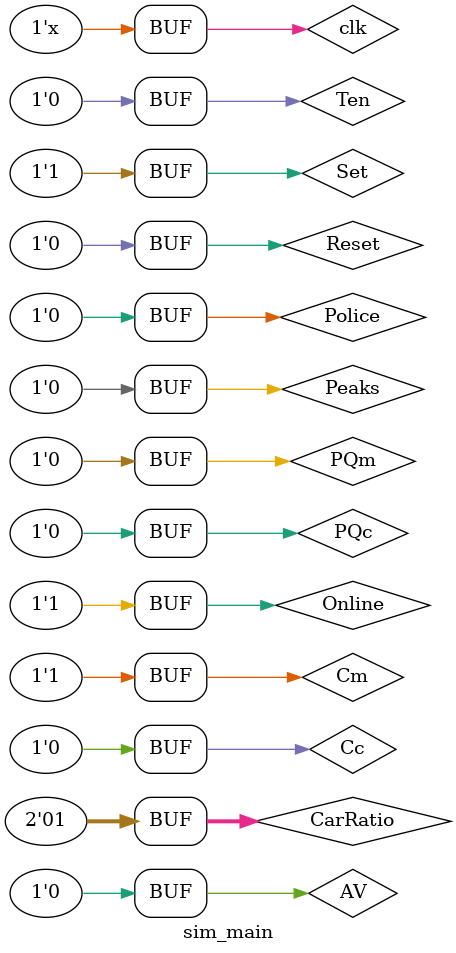
<source format=v>
module sim_main();
    reg Online, Set, Reset, Peaks, Ten, Police, AV;
    reg Cm, PQm, Cc, PQc;
    reg [1 : 0]CarRatio;
    reg clk;

    wire Source;
    wire [ 3 : 0] control_state;
    //wire [ 7 : 0] SIG_C, AN;
    wire off_r, m_init_g, m_init_r, s_init_g,  s_init_r, yellow_r, 
        ord_r, busy_r, online_r, pause_r, polic;
    wire main_red_change, main_green_change,
        sub_red_change, sub_green_change,
        main_more, sub_more, main_man, sub_man,
        star_change;
    wire [3 : 0]p_control_state, o_control_state;


    maincontrol BGY(Online, Set, Reset, Peaks,Ten,Police, AV,
        Cm, PQm, Cc, PQc,
        CarRatio,
        clk,
        Source,
        //SIG_C, AN,
        control_state,
        off_r, m_init_g, m_init_r, s_init_g,  s_init_r, yellow_r, 
        ord_r, busy_r, online_r, pause_r, polic,
        main_red_change, main_green_change,
        sub_red_change, sub_green_change,
        main_more, sub_more, main_man, sub_man,
        star_change,p_control_state, o_control_state);
    initial begin
        Online <= 0; Set <= 0; Reset <= 0;
        CarRatio <= 0; Peaks <= 0;Ten <= 0;
        Police <= 0; AV <= 0; Cm <= 1;
        PQm <= 0; Cc <= 1; PQc <= 0; clk <= 0;
        #20 Reset <= 1;
        #20 Set <= 1;
        #20 Online <= 1;
        #20 Set <= 0;
        #20 Online <= 0;
        #20 Set <= 1;
        #20 Peaks <= 1;
        #20 CarRatio <= 1;
        #20 Peaks <= 0;
        #10 Cc <= 0;
        #20 PQm <= 1;
        #10 PQm <= 0;
        #20 Ten <= 1;
        #20 Ten <= 0;
        #20 Police <= 1;
        #20 Police <= 0;
        #20 AV <= 1;
        #20 Online <= 1;
        #20 Reset <= 0;
            AV <= 0;
    end
    always  begin
        #5 clk = ~clk;
    end
endmodule // sim_main   
</source>
